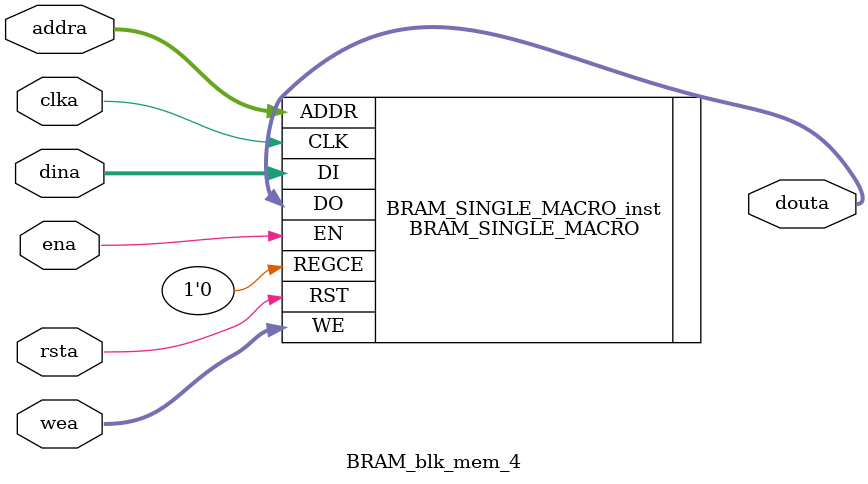
<source format=v>
`timescale 1ns/1ps

module BRAM_blk_mem_4 (
  clka,
  ena,
  wea,
  addra,
  dina,
  douta,
  rsta
);


input wire clka;

input wire ena;

input wire rsta;

input wire [1 : 0] wea;

input wire [9 : 0] addra;

input wire [15 : 0] dina;

output wire [15 : 0] douta;


// BRAM_SINGLE_MACRO : In order to incorporate this function into the design,
//   Verilog   : the following instance declaration needs to be placed
//  instance   : in the body of the design code.  The instance name
// declaration : (BRAM_SINGLE_MACRO_inst) and/or the port declarations within the
//    code     : parenthesis may be changed to properly reference and
//             : connect this function to the design.  All inputs
//             : and outputs must be connected.

//  <-----Cut code below this line---->

   // BRAM_SINGLE_MACRO: Single Port RAM
   //                    Artix-7
   // Xilinx HDL Language Template, version 2016.4
   
   /////////////////////////////////////////////////////////////////////
   //  READ_WIDTH | BRAM_SIZE | READ Depth  | ADDR Width |            //
   // WRITE_WIDTH |           | WRITE Depth |            |  WE Width  //
   // ============|===========|=============|============|============//
   //    37-72    |  "36Kb"   |      512    |    9-bit   |    8-bit   //
   //    19-36    |  "36Kb"   |     1024    |   10-bit   |    4-bit   //
   //    19-36    |  "18Kb"   |      512    |    9-bit   |    4-bit   //
   //    10-18    |  "36Kb"   |     2048    |   11-bit   |    2-bit   //
   //    10-18    |  "18Kb"   |     1024    |   10-bit   |    2-bit   //
   //     5-9     |  "36Kb"   |     4096    |   12-bit   |    1-bit   //
   //     5-9     |  "18Kb"   |     2048    |   11-bit   |    1-bit   //
   //     3-4     |  "36Kb"   |     8192    |   13-bit   |    1-bit   //
   //     3-4     |  "18Kb"   |     4096    |   12-bit   |    1-bit   //
   //       2     |  "36Kb"   |    16384    |   14-bit   |    1-bit   //
   //       2     |  "18Kb"   |     8192    |   13-bit   |    1-bit   //
   //       1     |  "36Kb"   |    32768    |   15-bit   |    1-bit   //
   //       1     |  "18Kb"   |    16384    |   14-bit   |    1-bit   //
   /////////////////////////////////////////////////////////////////////

   BRAM_SINGLE_MACRO #(
      .BRAM_SIZE("18Kb"), // Target BRAM, "18Kb" or "36Kb" 
      .DEVICE("7SERIES"), // Target Device: "7SERIES" 
      .DO_REG(0), // Optional output register (0 or 1)
      .INIT(36'h000000000), // Initial values on output port
      .INIT_FILE ("weight_4.mem"),
      .WRITE_WIDTH(16), // Valid values are 1-72 (37-72 only valid when BRAM_SIZE="36Kb")
      .READ_WIDTH(16),  // Valid values are 1-72 (37-72 only valid when BRAM_SIZE="36Kb")
      .SRVAL(36'h000000000), // Set/Reset value for port output
      .WRITE_MODE("WRITE_FIRST"), // "WRITE_FIRST", "READ_FIRST", or "NO_CHANGE" 
      .INIT_00(256'h0000000000000000000000000000000000000000000000000000000000000000),
      .INIT_01(256'h0000000000000000000000000000000000000000000000000000000000000000),
      .INIT_02(256'h0000000000000000000000000000000000000000000000000000000000000000),
      .INIT_03(256'h0000000000000000000000000000000000000000000000000000000000000000),
      .INIT_04(256'h0000000000000000000000000000000000000000000000000000000000000000),
      .INIT_05(256'h0000000000000000000000000000000000000000000000000000000000000000),
      .INIT_06(256'h0000000000000000000000000000000000000000000000000000000000000000),
      .INIT_07(256'h0000000000000000000000000000000000000000000000000000000000000000),
      .INIT_08(256'h0000000000000000000000000000000000000000000000000000000000000000),
      .INIT_09(256'h0000000000000000000000000000000000000000000000000000000000000000),
      .INIT_0A(256'h0000000000000000000000000000000000000000000000000000000000000000),
      .INIT_0B(256'h0000000000000000000000000000000000000000000000000000000000000000),
      .INIT_0C(256'h0000000000000000000000000000000000000000000000000000000000000000),
      .INIT_0D(256'h0000000000000000000000000000000000000000000000000000000000000000),
      .INIT_0E(256'h0000000000000000000000000000000000000000000000000000000000000000),
      .INIT_0F(256'h0000000000000000000000000000000000000000000000000000000000000000),
      .INIT_10(256'h0000000000000000000000000000000000000000000000000000000000000000),
      .INIT_11(256'h0000000000000000000000000000000000000000000000000000000000000000),
      .INIT_12(256'h0000000000000000000000000000000000000000000000000000000000000000),
      .INIT_13(256'h0000000000000000000000000000000000000000000000000000000000000000),
      .INIT_14(256'h0000000000000000000000000000000000000000000000000000000000000000),
      .INIT_15(256'h0000000000000000000000000000000000000000000000000000000000000000),
      .INIT_16(256'h0000000000000000000000000000000000000000000000000000000000000000),
      .INIT_17(256'h0000000000000000000000000000000000000000000000000000000000000000),
      .INIT_18(256'h0000000000000000000000000000000000000000000000000000000000000000),
      .INIT_19(256'h0000000000000000000000000000000000000000000000000000000000000000),
      .INIT_1A(256'h0000000000000000000000000000000000000000000000000000000000000000),
      .INIT_1B(256'h0000000000000000000000000000000000000000000000000000000000000000),
      .INIT_1C(256'h0000000000000000000000000000000000000000000000000000000000000000),
      .INIT_1D(256'h0000000000000000000000000000000000000000000000000000000000000000),
      .INIT_1E(256'h0000000000000000000000000000000000000000000000000000000000000000),
      .INIT_1F(256'h0000000000000000000000000000000000000000000000000000000000000000),
      .INIT_20(256'h0000000000000000000000000000000000000000000000000000000000000000),
      .INIT_21(256'h0000000000000000000000000000000000000000000000000000000000000000),
      .INIT_22(256'h0000000000000000000000000000000000000000000000000000000000000000),
      .INIT_23(256'h0000000000000000000000000000000000000000000000000000000000000000),
      .INIT_24(256'h0000000000000000000000000000000000000000000000000000000000000000),
      .INIT_25(256'h0000000000000000000000000000000000000000000000000000000000000000),
      .INIT_26(256'h0000000000000000000000000000000000000000000000000000000000000000),
      .INIT_27(256'h0000000000000000000000000000000000000000000000000000000000000000),
      .INIT_28(256'h0000000000000000000000000000000000000000000000000000000000000000),
      .INIT_29(256'h0000000000000000000000000000000000000000000000000000000000000000),
      .INIT_2A(256'h0000000000000000000000000000000000000000000000000000000000000000),
      .INIT_2B(256'h0000000000000000000000000000000000000000000000000000000000000000),
      .INIT_2C(256'h0000000000000000000000000000000000000000000000000000000000000000),
      .INIT_2D(256'h0000000000000000000000000000000000000000000000000000000000000000),
      .INIT_2E(256'h0000000000000000000000000000000000000000000000000000000000000000),
      .INIT_2F(256'h0000000000000000000000000000000000000000000000000000000000000000),
      .INIT_30(256'h0000000000000000000000000000000000000000000000000000000000000000),
      .INIT_31(256'h0000000000000000000000000000000000000000000000000000000000000000),
      .INIT_32(256'h0000000000000000000000000000000000000000000000000000000000000000),
      .INIT_33(256'h0000000000000000000000000000000000000000000000000000000000000000),
      .INIT_34(256'h0000000000000000000000000000000000000000000000000000000000000000),
      .INIT_35(256'h0000000000000000000000000000000000000000000000000000000000000000),
      .INIT_36(256'h0000000000000000000000000000000000000000000000000000000000000000),
      .INIT_37(256'h0000000000000000000000000000000000000000000000000000000000000000),
      .INIT_38(256'h0000000000000000000000000000000000000000000000000000000000000000),
      .INIT_39(256'h0000000000000000000000000000000000000000000000000000000000000000),
      .INIT_3A(256'h0000000000000000000000000000000000000000000000000000000000000000),
      .INIT_3B(256'h0000000000000000000000000000000000000000000000000000000000000000),
      .INIT_3C(256'h0000000000000000000000000000000000000000000000000000000000000000),
      .INIT_3D(256'h0000000000000000000000000000000000000000000000000000000000000000),
      .INIT_3E(256'h0000000000000000000000000000000000000000000000000000000000000000),
      .INIT_3F(256'h0000000000000000000000000000000000000000000000000000000000000000),
      
      // The next set of INIT_xx are valid when configured as 36Kb
      .INIT_40(256'h0000000000000000000000000000000000000000000000000000000000000000),
      .INIT_41(256'h0000000000000000000000000000000000000000000000000000000000000000),
      .INIT_42(256'h0000000000000000000000000000000000000000000000000000000000000000),
      .INIT_43(256'h0000000000000000000000000000000000000000000000000000000000000000),
      .INIT_44(256'h0000000000000000000000000000000000000000000000000000000000000000),
      .INIT_45(256'h0000000000000000000000000000000000000000000000000000000000000000),
      .INIT_46(256'h0000000000000000000000000000000000000000000000000000000000000000),
      .INIT_47(256'h0000000000000000000000000000000000000000000000000000000000000000),
      .INIT_48(256'h0000000000000000000000000000000000000000000000000000000000000000),
      .INIT_49(256'h0000000000000000000000000000000000000000000000000000000000000000),
      .INIT_4A(256'h0000000000000000000000000000000000000000000000000000000000000000),
      .INIT_4B(256'h0000000000000000000000000000000000000000000000000000000000000000),
      .INIT_4C(256'h0000000000000000000000000000000000000000000000000000000000000000),
      .INIT_4D(256'h0000000000000000000000000000000000000000000000000000000000000000),
      .INIT_4E(256'h0000000000000000000000000000000000000000000000000000000000000000),
      .INIT_4F(256'h0000000000000000000000000000000000000000000000000000000000000000),
      .INIT_50(256'h0000000000000000000000000000000000000000000000000000000000000000),
      .INIT_51(256'h0000000000000000000000000000000000000000000000000000000000000000),
      .INIT_52(256'h0000000000000000000000000000000000000000000000000000000000000000),
      .INIT_53(256'h0000000000000000000000000000000000000000000000000000000000000000),
      .INIT_54(256'h0000000000000000000000000000000000000000000000000000000000000000),
      .INIT_55(256'h0000000000000000000000000000000000000000000000000000000000000000),
      .INIT_56(256'h0000000000000000000000000000000000000000000000000000000000000000),
      .INIT_57(256'h0000000000000000000000000000000000000000000000000000000000000000),
      .INIT_58(256'h0000000000000000000000000000000000000000000000000000000000000000),
      .INIT_59(256'h0000000000000000000000000000000000000000000000000000000000000000),
      .INIT_5A(256'h0000000000000000000000000000000000000000000000000000000000000000),
      .INIT_5B(256'h0000000000000000000000000000000000000000000000000000000000000000),
      .INIT_5C(256'h0000000000000000000000000000000000000000000000000000000000000000),
      .INIT_5D(256'h0000000000000000000000000000000000000000000000000000000000000000),
      .INIT_5E(256'h0000000000000000000000000000000000000000000000000000000000000000),
      .INIT_5F(256'h0000000000000000000000000000000000000000000000000000000000000000),
      .INIT_60(256'h0000000000000000000000000000000000000000000000000000000000000000),
      .INIT_61(256'h0000000000000000000000000000000000000000000000000000000000000000),
      .INIT_62(256'h0000000000000000000000000000000000000000000000000000000000000000),
      .INIT_63(256'h0000000000000000000000000000000000000000000000000000000000000000),
      .INIT_64(256'h0000000000000000000000000000000000000000000000000000000000000000),
      .INIT_65(256'h0000000000000000000000000000000000000000000000000000000000000000),
      .INIT_66(256'h0000000000000000000000000000000000000000000000000000000000000000),
      .INIT_67(256'h0000000000000000000000000000000000000000000000000000000000000000),
      .INIT_68(256'h0000000000000000000000000000000000000000000000000000000000000000),
      .INIT_69(256'h0000000000000000000000000000000000000000000000000000000000000000),
      .INIT_6A(256'h0000000000000000000000000000000000000000000000000000000000000000),
      .INIT_6B(256'h0000000000000000000000000000000000000000000000000000000000000000),
      .INIT_6C(256'h0000000000000000000000000000000000000000000000000000000000000000),
      .INIT_6D(256'h0000000000000000000000000000000000000000000000000000000000000000),
      .INIT_6E(256'h0000000000000000000000000000000000000000000000000000000000000000),
      .INIT_6F(256'h0000000000000000000000000000000000000000000000000000000000000000),
      .INIT_70(256'h0000000000000000000000000000000000000000000000000000000000000000),
      .INIT_71(256'h0000000000000000000000000000000000000000000000000000000000000000),
      .INIT_72(256'h0000000000000000000000000000000000000000000000000000000000000000),
      .INIT_73(256'h0000000000000000000000000000000000000000000000000000000000000000),
      .INIT_74(256'h0000000000000000000000000000000000000000000000000000000000000000),
      .INIT_75(256'h0000000000000000000000000000000000000000000000000000000000000000),
      .INIT_76(256'h0000000000000000000000000000000000000000000000000000000000000000),
      .INIT_77(256'h0000000000000000000000000000000000000000000000000000000000000000),
      .INIT_78(256'h0000000000000000000000000000000000000000000000000000000000000000),
      .INIT_79(256'h0000000000000000000000000000000000000000000000000000000000000000),
      .INIT_7A(256'h0000000000000000000000000000000000000000000000000000000000000000),
      .INIT_7B(256'h0000000000000000000000000000000000000000000000000000000000000000),
      .INIT_7C(256'h0000000000000000000000000000000000000000000000000000000000000000),
      .INIT_7D(256'h0000000000000000000000000000000000000000000000000000000000000000),
      .INIT_7E(256'h0000000000000000000000000000000000000000000000000000000000000000),
      .INIT_7F(256'h0000000000000000000000000000000000000000000000000000000000000000),
      
      // The next set of INITP_xx are for the parity bits
      .INITP_00(256'h0000000000000000000000000000000000000000000000000000000000000000),
      .INITP_01(256'h0000000000000000000000000000000000000000000000000000000000000000),
      .INITP_02(256'h0000000000000000000000000000000000000000000000000000000000000000),
      .INITP_03(256'h0000000000000000000000000000000000000000000000000000000000000000),
      .INITP_04(256'h0000000000000000000000000000000000000000000000000000000000000000),
      .INITP_05(256'h0000000000000000000000000000000000000000000000000000000000000000),
      .INITP_06(256'h0000000000000000000000000000000000000000000000000000000000000000),
      .INITP_07(256'h0000000000000000000000000000000000000000000000000000000000000000),
      
      // The next set of INIT_xx are valid when configured as 36Kb
      .INITP_08(256'h0000000000000000000000000000000000000000000000000000000000000000),
      .INITP_09(256'h0000000000000000000000000000000000000000000000000000000000000000),
      .INITP_0A(256'h0000000000000000000000000000000000000000000000000000000000000000),
      .INITP_0B(256'h0000000000000000000000000000000000000000000000000000000000000000),
      .INITP_0C(256'h0000000000000000000000000000000000000000000000000000000000000000),
      .INITP_0D(256'h0000000000000000000000000000000000000000000000000000000000000000),
      .INITP_0E(256'h0000000000000000000000000000000000000000000000000000000000000000),
      .INITP_0F(256'h0000000000000000000000000000000000000000000000000000000000000000)
   ) BRAM_SINGLE_MACRO_inst (
      .DO(douta),       // Output data, width defined by READ_WIDTH parameter
      .ADDR(addra),   // Input address, width defined by read/write port depth
      .CLK(clka),     // 1-bit input clock
      .DI(dina),       // Input data port, width defined by WRITE_WIDTH parameter
      .EN(ena),       // 1-bit input RAM enable
      .REGCE(1'D0), // 1-bit input output register enable
      .RST(rsta),     // 1-bit input reset
      .WE(wea)        // Input write enable, width defined by write port depth
   );

   // End of BRAM_SINGLE_MACRO_inst instantiation
				
				
				
  
endmodule

</source>
